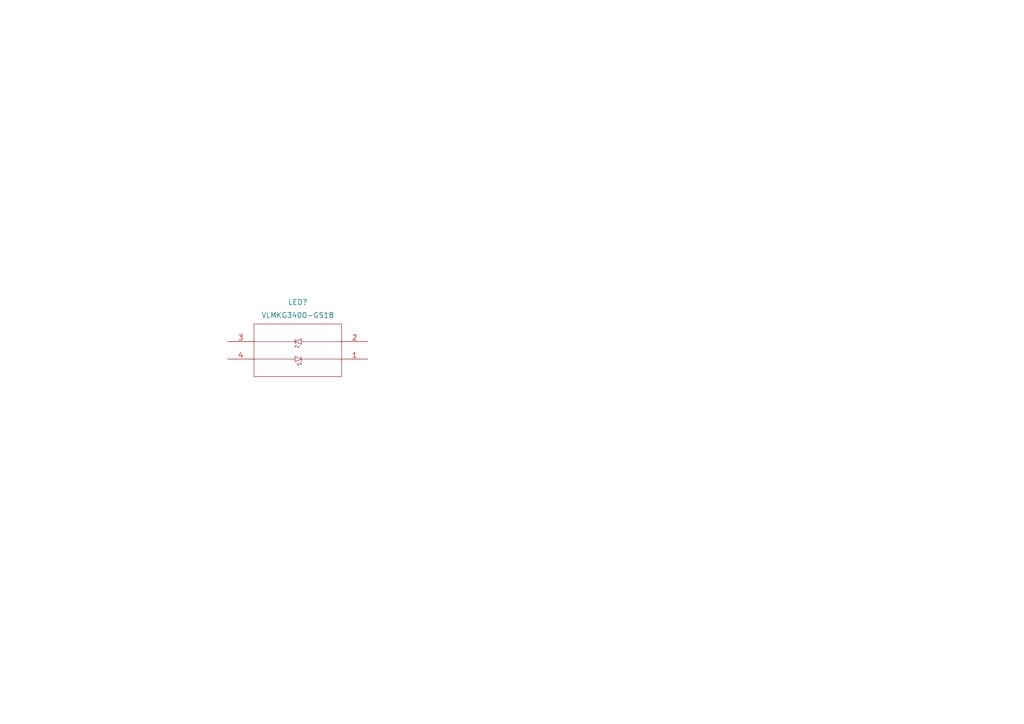
<source format=kicad_sch>
(kicad_sch (version 20211123) (generator eeschema)
  (paper "A4")
  (lib_symbols
    (symbol "RMF_Bi-Color_LED:VLMKG3400-GS18" (pin_names (offset 0.254) hide)
      (property "Reference" "LED" (at 20.32 10.16 0))
      (property "Value" "VLMKG3400-GS18" (at 20.32 7.62 0))
      (symbol "VLMKG3400-GS18_1_1"
        (polyline (pts (xy 7.62 -10.16) (xy 33.02 -10.16)) (stroke (width 0.127)))
        (polyline (pts (xy 7.62 -5.08) (xy 19.304 -5.08)) (stroke (width 0.127)))
        (polyline (pts (xy 7.62 0) (xy 19.304 0)) (stroke (width 0.127)))
        (polyline (pts (xy 7.62 5.08) (xy 7.62 -10.16)) (stroke (width 0.127)))
        (polyline (pts (xy 19.304 -5.842) (xy 21.082 -5.08)) (stroke (width 0.127)))
        (polyline (pts (xy 19.304 -4.318) (xy 19.304 -5.842)) (stroke (width 0.127)))
        (polyline (pts (xy 19.304 0) (xy 21.082 0.762)) (stroke (width 0.127)))
        (polyline (pts (xy 19.304 0.762) (xy 19.304 -0.762)) (stroke (width 0.127)))
        (polyline (pts (xy 19.304 1.524) (xy 19.304 1.27)) (stroke (width 0.127)))
        (polyline (pts (xy 19.304 1.524) (xy 19.558 1.524)) (stroke (width 0.127)))
        (polyline (pts (xy 19.812 -3.81) (xy 20.32 -3.302)) (stroke (width 0.127)))
        (polyline (pts (xy 19.812 1.016) (xy 19.304 1.524)) (stroke (width 0.127)))
        (polyline (pts (xy 20.066 1.778) (xy 20.066 1.524)) (stroke (width 0.127)))
        (polyline (pts (xy 20.066 1.778) (xy 20.32 1.778)) (stroke (width 0.127)))
        (polyline (pts (xy 20.32 -3.302) (xy 20.066 -3.302)) (stroke (width 0.127)))
        (polyline (pts (xy 20.32 -3.302) (xy 20.32 -3.556)) (stroke (width 0.127)))
        (polyline (pts (xy 20.574 -4.064) (xy 21.082 -3.556)) (stroke (width 0.127)))
        (polyline (pts (xy 20.574 1.27) (xy 20.066 1.778)) (stroke (width 0.127)))
        (polyline (pts (xy 21.082 -5.08) (xy 19.304 -4.318)) (stroke (width 0.127)))
        (polyline (pts (xy 21.082 -5.08) (xy 33.02 -5.08)) (stroke (width 0.127)))
        (polyline (pts (xy 21.082 -4.318) (xy 21.082 -5.842)) (stroke (width 0.127)))
        (polyline (pts (xy 21.082 -3.556) (xy 20.828 -3.556)) (stroke (width 0.127)))
        (polyline (pts (xy 21.082 -3.556) (xy 21.082 -3.81)) (stroke (width 0.127)))
        (polyline (pts (xy 21.082 -0.762) (xy 19.304 0)) (stroke (width 0.127)))
        (polyline (pts (xy 21.082 0) (xy 33.02 0)) (stroke (width 0.127)))
        (polyline (pts (xy 21.082 0.762) (xy 21.082 -0.762)) (stroke (width 0.127)))
        (polyline (pts (xy 33.02 -10.16) (xy 33.02 5.08)) (stroke (width 0.127)))
        (polyline (pts (xy 33.02 5.08) (xy 7.62 5.08)) (stroke (width 0.127)))
        (pin unspecified line (at 0 0 0) (length 7.62) (name "1") (number "1"))
        (pin unspecified line (at 0 -5.08 0) (length 7.62) (name "2") (number "2"))
        (pin unspecified line (at 40.64 -5.08 180) (length 7.62) (name "3") (number "3"))
        (pin unspecified line (at 40.64 0 180) (length 7.62) (name "4") (number "4"))
      )
    )
  )
  (symbol (lib_id "RMF_Bi-Color_LED:VLMKG3400-GS18") (at 106.68 104.14 180) (unit 1)
    (property "Reference" "LED?" (at 86.36 87.63 0) (effects (font (size 1.524 1.524))))
    (property "Value" "VLMKG3400-GS18" (at 86.36 91.44 0) (effects (font (size 1.524 1.524))))
    (property "Footprint" "PLCC-4_VIS" (effects hide))
  )
)
</source>
